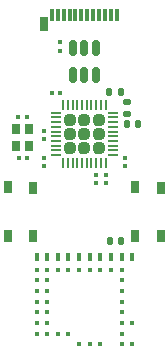
<source format=gbr>
%TF.GenerationSoftware,KiCad,Pcbnew,8.99.0-unknown-77b1d367df~178~ubuntu23.10.1*%
%TF.CreationDate,2024-11-14T21:45:02-05:00*%
%TF.ProjectId,nRF54L15Dongle,6e524635-344c-4313-9544-6f6e676c652e,rev?*%
%TF.SameCoordinates,Original*%
%TF.FileFunction,Paste,Top*%
%TF.FilePolarity,Positive*%
%FSLAX46Y46*%
G04 Gerber Fmt 4.6, Leading zero omitted, Abs format (unit mm)*
G04 Created by KiCad (PCBNEW 8.99.0-unknown-77b1d367df~178~ubuntu23.10.1) date 2024-11-14 21:45:02*
%MOMM*%
%LPD*%
G01*
G04 APERTURE LIST*
G04 Aperture macros list*
%AMRoundRect*
0 Rectangle with rounded corners*
0 $1 Rounding radius*
0 $2 $3 $4 $5 $6 $7 $8 $9 X,Y pos of 4 corners*
0 Add a 4 corners polygon primitive as box body*
4,1,4,$2,$3,$4,$5,$6,$7,$8,$9,$2,$3,0*
0 Add four circle primitives for the rounded corners*
1,1,$1+$1,$2,$3*
1,1,$1+$1,$4,$5*
1,1,$1+$1,$6,$7*
1,1,$1+$1,$8,$9*
0 Add four rect primitives between the rounded corners*
20,1,$1+$1,$2,$3,$4,$5,0*
20,1,$1+$1,$4,$5,$6,$7,0*
20,1,$1+$1,$6,$7,$8,$9,0*
20,1,$1+$1,$8,$9,$2,$3,0*%
G04 Aperture macros list end*
%ADD10C,0.400000*%
%ADD11R,0.400000X0.500000*%
%ADD12RoundRect,0.079500X0.079500X0.100500X-0.079500X0.100500X-0.079500X-0.100500X0.079500X-0.100500X0*%
%ADD13R,0.650000X1.050000*%
%ADD14RoundRect,0.150000X0.150000X-0.512500X0.150000X0.512500X-0.150000X0.512500X-0.150000X-0.512500X0*%
%ADD15RoundRect,0.079500X0.100500X-0.079500X0.100500X0.079500X-0.100500X0.079500X-0.100500X-0.079500X0*%
%ADD16RoundRect,0.079500X-0.100500X0.079500X-0.100500X-0.079500X0.100500X-0.079500X0.100500X0.079500X0*%
%ADD17RoundRect,0.140000X0.170000X-0.140000X0.170000X0.140000X-0.170000X0.140000X-0.170000X-0.140000X0*%
%ADD18RoundRect,0.079500X-0.079500X-0.100500X0.079500X-0.100500X0.079500X0.100500X-0.079500X0.100500X0*%
%ADD19R,0.380000X1.000000*%
%ADD20R,0.700000X1.150000*%
%ADD21R,0.800000X0.900000*%
%ADD22RoundRect,0.140000X-0.140000X-0.170000X0.140000X-0.170000X0.140000X0.170000X-0.140000X0.170000X0*%
%ADD23RoundRect,0.140000X0.140000X0.170000X-0.140000X0.170000X-0.140000X-0.170000X0.140000X-0.170000X0*%
%ADD24RoundRect,0.242500X0.242500X0.242500X-0.242500X0.242500X-0.242500X-0.242500X0.242500X-0.242500X0*%
%ADD25RoundRect,0.062500X0.350000X0.062500X-0.350000X0.062500X-0.350000X-0.062500X0.350000X-0.062500X0*%
%ADD26RoundRect,0.062500X0.062500X0.350000X-0.062500X0.350000X-0.062500X-0.350000X0.062500X-0.350000X0*%
G04 APERTURE END LIST*
D10*
%TO.C,U4*%
X174050000Y-92700000D03*
X174050000Y-90900000D03*
X174050000Y-85500000D03*
D11*
X174050000Y-85250000D03*
D10*
X173150000Y-92700000D03*
X173150000Y-91800000D03*
X173150000Y-90900000D03*
X173150000Y-90000000D03*
X173150000Y-89100000D03*
X173150000Y-88200000D03*
X173150000Y-87300000D03*
X173150000Y-86400000D03*
X173150000Y-85500000D03*
D11*
X173150000Y-85250000D03*
D10*
X172250000Y-86400000D03*
X172250000Y-85500000D03*
D11*
X172250000Y-85250000D03*
D10*
X171350000Y-92700000D03*
X171350000Y-86400000D03*
X171350000Y-85500000D03*
D11*
X171350000Y-85250000D03*
D10*
X170450000Y-92700000D03*
X170450000Y-86400000D03*
X170450000Y-85500000D03*
D11*
X170450000Y-85250000D03*
D10*
X169550000Y-92700000D03*
X169550000Y-86400000D03*
X169550000Y-85500000D03*
D11*
X169550000Y-85250000D03*
D10*
X168650000Y-91800000D03*
X168650000Y-86400000D03*
X168650000Y-85500000D03*
D11*
X168650000Y-85250000D03*
D10*
X167750000Y-91800000D03*
X167750000Y-86400000D03*
X167750000Y-85500000D03*
D11*
X167750000Y-85250000D03*
D10*
X166850000Y-91800000D03*
X166850000Y-90900000D03*
X166850000Y-90000000D03*
X166850000Y-89100000D03*
X166850000Y-88200000D03*
X166850000Y-87300000D03*
X166850000Y-86400000D03*
X166850000Y-85500000D03*
D11*
X166850000Y-85250000D03*
D10*
X165950000Y-91800000D03*
X165950000Y-90900000D03*
X165950000Y-90000000D03*
X165950000Y-89100000D03*
X165950000Y-88200000D03*
X165950000Y-87300000D03*
X165950000Y-86400000D03*
X165950000Y-85500000D03*
D11*
X165950000Y-85250000D03*
%TD*%
D12*
%TO.C,C23*%
X165105000Y-73450000D03*
X164415000Y-73450000D03*
%TD*%
D13*
%TO.C,SW2*%
X163525000Y-83575000D03*
X163525000Y-79425000D03*
X165675000Y-83575000D03*
X165675000Y-79450000D03*
%TD*%
D14*
%TO.C,U3*%
X169050000Y-69937500D03*
X170000000Y-69937500D03*
X170950000Y-69937500D03*
X170950000Y-67662500D03*
X170000000Y-67662500D03*
X169050000Y-67662500D03*
%TD*%
D15*
%TO.C,C15*%
X166550000Y-75365000D03*
X166550000Y-74675000D03*
%TD*%
D16*
%TO.C,R1*%
X167900000Y-67155000D03*
X167900000Y-67845000D03*
%TD*%
D17*
%TO.C,C12*%
X173630000Y-73190000D03*
X173630000Y-72230000D03*
%TD*%
D16*
%TO.C,C20*%
X166550000Y-76955000D03*
X166550000Y-77645000D03*
%TD*%
D13*
%TO.C,SW1*%
X174325000Y-83575000D03*
X174325000Y-79425000D03*
X176475000Y-83575000D03*
X176475000Y-79450000D03*
%TD*%
D18*
%TO.C,C24*%
X164465000Y-76950000D03*
X165155000Y-76950000D03*
%TD*%
D16*
%TO.C,C18*%
X171800000Y-78355000D03*
X171800000Y-79045000D03*
%TD*%
D19*
%TO.C,P1*%
X167250000Y-64790000D03*
X167750000Y-64790000D03*
X168250000Y-64790000D03*
X168750000Y-64790000D03*
X169250000Y-64790000D03*
X169750000Y-64790000D03*
X170250000Y-64790000D03*
X170750000Y-64790000D03*
X171250000Y-64790000D03*
X171750000Y-64790000D03*
X172250000Y-64790000D03*
X172750000Y-64790000D03*
D20*
X166580000Y-65630000D03*
%TD*%
D16*
%TO.C,C14*%
X171000000Y-78350000D03*
X171000000Y-79040000D03*
%TD*%
D21*
%TO.C,Y3*%
X164210000Y-74500000D03*
X164210000Y-75900000D03*
X165310000Y-75900000D03*
X165310000Y-74500000D03*
%TD*%
D22*
%TO.C,C1*%
X172160000Y-83960000D03*
X173120000Y-83960000D03*
%TD*%
D12*
%TO.C,C19*%
X167945000Y-71440000D03*
X167255000Y-71440000D03*
%TD*%
D16*
%TO.C,C16*%
X173450000Y-76955000D03*
X173450000Y-77645000D03*
%TD*%
D22*
%TO.C,C13*%
X172130000Y-71340000D03*
X173090000Y-71340000D03*
%TD*%
D23*
%TO.C,C17*%
X174560000Y-74080000D03*
X173600000Y-74080000D03*
%TD*%
D24*
%TO.C,U2*%
X171200000Y-76100000D03*
X171200000Y-74900000D03*
X171200000Y-73700000D03*
X170000000Y-76100000D03*
X170000000Y-74900000D03*
X170000000Y-73700000D03*
X168800000Y-76100000D03*
X168800000Y-74900000D03*
X168800000Y-73700000D03*
D25*
X172437500Y-76700000D03*
X172437500Y-76300000D03*
X172437500Y-75900000D03*
X172437500Y-75500000D03*
X172437500Y-75100000D03*
X172437500Y-74700000D03*
X172437500Y-74300000D03*
X172437500Y-73900000D03*
X172437500Y-73500000D03*
X172437500Y-73100000D03*
D26*
X171800000Y-72462500D03*
X171400000Y-72462500D03*
X171000000Y-72462500D03*
X170600000Y-72462500D03*
X170200000Y-72462500D03*
X169800000Y-72462500D03*
X169400000Y-72462500D03*
X169000000Y-72462500D03*
X168600000Y-72462500D03*
X168200000Y-72462500D03*
D25*
X167562500Y-73100000D03*
X167562500Y-73500000D03*
X167562500Y-73900000D03*
X167562500Y-74300000D03*
X167562500Y-74700000D03*
X167562500Y-75100000D03*
X167562500Y-75500000D03*
X167562500Y-75900000D03*
X167562500Y-76300000D03*
X167562500Y-76700000D03*
D26*
X168200000Y-77337500D03*
X168600000Y-77337500D03*
X169000000Y-77337500D03*
X169400000Y-77337500D03*
X169800000Y-77337500D03*
X170200000Y-77337500D03*
X170600000Y-77337500D03*
X171000000Y-77337500D03*
X171400000Y-77337500D03*
X171800000Y-77337500D03*
%TD*%
M02*

</source>
